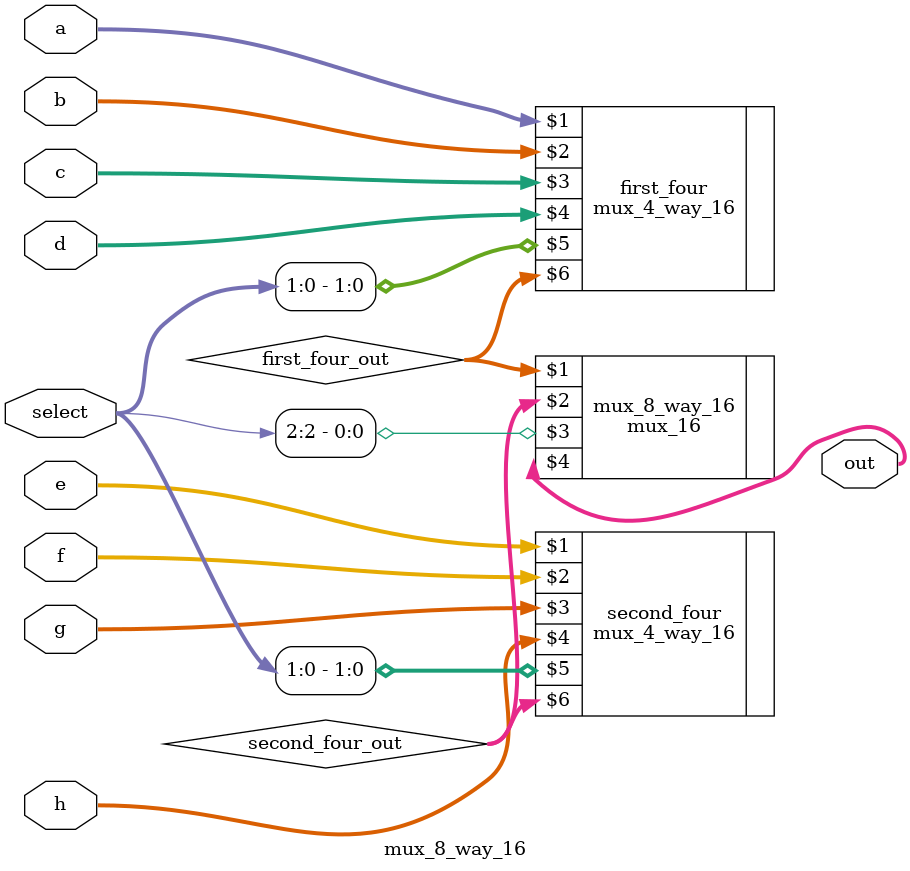
<source format=sv>
`ifndef mux_4_way_16
  `include "mux_4_way_16.sv"
`endif
`define mux_8_way_16 1

module mux_8_way_16(
    input  [15:0] a,
    input  [15:0] b,
    input  [15:0] c,
    input  [15:0] d,
    input  [15:0] e,
    input  [15:0] f,
    input  [15:0] g,
    input  [15:0] h,
    input  [2:0]  select,
    output [15:0] out
);
    wire[15:0] first_four_out;
    wire[15:0] second_four_out;

    mux_4_way_16  first_four(a,b,c,d, select[1:0], first_four_out);
    mux_4_way_16  second_four(e,f,g,h, select[1:0], second_four_out);
    mux_16  mux_8_way_16(first_four_out, second_four_out, select[2], out);
endmodule

</source>
